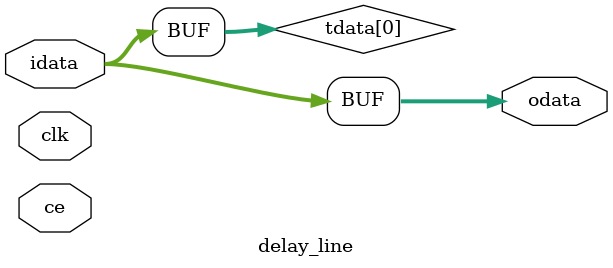
<source format=v>
`timescale 1ns / 1ps


module delay_line #
(
    parameter DELAY = 0,
    parameter N = 5
)
(
    input clk,
    input ce,
    input [N-1:0] idata,
    output [N-1:0] odata
);
wire [N-1:0] tdata [DELAY:0];
assign tdata[0] = idata;
genvar i;
generate 
begin
    for(i = 0; i < DELAY; i = i+1)
    begin
        register #
        (
            .N(N)
        )
        reg_i
        (
            .clk(clk),
            .ce(ce),
            .d(tdata[i]),
            .q(tdata[i+1])
        );
    end       
end
endgenerate
assign odata = DELAY ? tdata[DELAY] : idata;
endmodule

</source>
